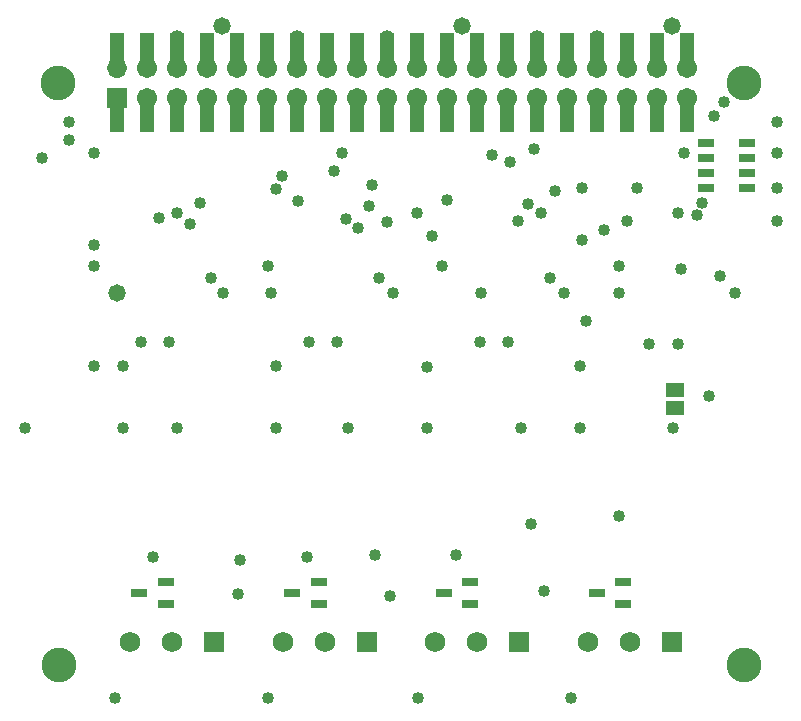
<source format=gbs>
G04 Layer_Color=16711935*
%FSLAX25Y25*%
%MOIN*%
G70*
G01*
G75*
%ADD41R,0.06312X0.05131*%
%ADD47R,0.06800X0.06800*%
%ADD48C,0.06800*%
%ADD49C,0.11600*%
%ADD50R,0.06706X0.06706*%
%ADD51O,0.06706X0.06706*%
%ADD52C,0.06706*%
%ADD53C,0.04000*%
%ADD54C,0.05800*%
%ADD55R,0.05800X0.03162*%
%ADD56R,0.04725X0.10250*%
%ADD57R,0.05328X0.03162*%
D41*
X486000Y287453D02*
D03*
Y281547D02*
D03*
D47*
X485000Y203500D02*
D03*
X434000D02*
D03*
X383500D02*
D03*
X332500D02*
D03*
D48*
X471000D02*
D03*
X457000D02*
D03*
X420000D02*
D03*
X406000D02*
D03*
X369500D02*
D03*
X355500D02*
D03*
X304500D02*
D03*
X318500D02*
D03*
D49*
X509173Y390000D02*
D03*
X280500D02*
D03*
X509173Y195835D02*
D03*
X280827D02*
D03*
D50*
X300000Y385000D02*
D03*
D51*
Y395000D02*
D03*
D52*
X310000Y385000D02*
D03*
Y395000D02*
D03*
X320000Y385000D02*
D03*
Y395000D02*
D03*
X330000Y385000D02*
D03*
Y395000D02*
D03*
X340000Y385000D02*
D03*
Y395000D02*
D03*
X350000Y385000D02*
D03*
Y395000D02*
D03*
X360000Y385000D02*
D03*
Y395000D02*
D03*
X370000Y385000D02*
D03*
Y395000D02*
D03*
X380000Y385000D02*
D03*
Y395000D02*
D03*
X390000Y385000D02*
D03*
Y395000D02*
D03*
X400000Y385000D02*
D03*
Y395000D02*
D03*
X410000Y385000D02*
D03*
Y395000D02*
D03*
X420000Y385000D02*
D03*
Y395000D02*
D03*
X430000Y385000D02*
D03*
Y395000D02*
D03*
X440000Y385000D02*
D03*
Y395000D02*
D03*
X450000Y385000D02*
D03*
Y395000D02*
D03*
X460000Y385000D02*
D03*
Y395000D02*
D03*
X470000Y385000D02*
D03*
Y395000D02*
D03*
X480000Y385000D02*
D03*
Y395000D02*
D03*
X490000Y385000D02*
D03*
Y395000D02*
D03*
D53*
X284000Y371000D02*
D03*
Y377000D02*
D03*
X456405Y310500D02*
D03*
X489000Y366500D02*
D03*
X499000Y379000D02*
D03*
X502500Y383500D02*
D03*
X320000Y405500D02*
D03*
X360000D02*
D03*
X390000D02*
D03*
X440000D02*
D03*
X460000D02*
D03*
X501000Y325500D02*
D03*
X444500Y325000D02*
D03*
X387500D02*
D03*
X331500D02*
D03*
X473500Y355000D02*
D03*
X405000Y339000D02*
D03*
X314000Y345000D02*
D03*
X520000Y344000D02*
D03*
Y355000D02*
D03*
Y366500D02*
D03*
Y377000D02*
D03*
X495000Y350000D02*
D03*
X493500Y346000D02*
D03*
X487000Y346500D02*
D03*
X488000Y328000D02*
D03*
X431087Y363500D02*
D03*
X446000Y354000D02*
D03*
X425000Y366000D02*
D03*
X324500Y343000D02*
D03*
X320282Y346500D02*
D03*
X408500Y329000D02*
D03*
X350500D02*
D03*
X467500Y319932D02*
D03*
X421500D02*
D03*
X351500D02*
D03*
X506000Y320000D02*
D03*
X449000D02*
D03*
X392000D02*
D03*
X335500D02*
D03*
X434750Y274953D02*
D03*
X467500Y329000D02*
D03*
X292500D02*
D03*
X413000Y232500D02*
D03*
X391000Y219000D02*
D03*
X497500Y285453D02*
D03*
X485500Y275000D02*
D03*
X477500Y303000D02*
D03*
X487000D02*
D03*
X454500Y275000D02*
D03*
X308000Y303500D02*
D03*
X377000Y275000D02*
D03*
X430500Y303500D02*
D03*
X421000D02*
D03*
X373500D02*
D03*
X364000D02*
D03*
X320000Y275000D02*
D03*
X317500Y303500D02*
D03*
X302000Y295500D02*
D03*
Y275000D02*
D03*
X353000D02*
D03*
X403500D02*
D03*
X269500D02*
D03*
X454500Y295500D02*
D03*
X403500Y295370D02*
D03*
X353000Y295500D02*
D03*
X386250Y232500D02*
D03*
X341000Y231000D02*
D03*
X451500Y185000D02*
D03*
X400500D02*
D03*
X350500D02*
D03*
X299500D02*
D03*
X467500Y245500D02*
D03*
X442500Y220500D02*
D03*
X438000Y243000D02*
D03*
X363500Y232000D02*
D03*
X340630Y219500D02*
D03*
X312000Y232000D02*
D03*
X292500Y336000D02*
D03*
X275000Y365000D02*
D03*
X292500Y295500D02*
D03*
X390000Y343500D02*
D03*
X400000Y346500D02*
D03*
X470000Y344000D02*
D03*
X455000Y337500D02*
D03*
X462500Y341000D02*
D03*
X433646Y344000D02*
D03*
X455000Y355000D02*
D03*
X441323Y346500D02*
D03*
X439000Y368000D02*
D03*
X437234Y349500D02*
D03*
X327959Y350000D02*
D03*
X384254Y349000D02*
D03*
X410000Y351000D02*
D03*
X380500Y341500D02*
D03*
X376577Y344500D02*
D03*
X372500Y360500D02*
D03*
X385000Y356071D02*
D03*
X355000Y359000D02*
D03*
X360500Y350500D02*
D03*
X375000Y366500D02*
D03*
X292500D02*
D03*
X353000Y354500D02*
D03*
X292500Y366500D02*
D03*
D54*
X300000Y320000D02*
D03*
X485000Y409000D02*
D03*
X415000D02*
D03*
X335000D02*
D03*
D55*
X496500Y370000D02*
D03*
X510000D02*
D03*
Y365000D02*
D03*
Y360000D02*
D03*
Y355000D02*
D03*
X496500Y365000D02*
D03*
Y360000D02*
D03*
Y355000D02*
D03*
D56*
X450000Y378500D02*
D03*
X390000D02*
D03*
X490000D02*
D03*
X480000D02*
D03*
X470000D02*
D03*
X440000D02*
D03*
X430000D02*
D03*
X410000D02*
D03*
X400000D02*
D03*
X360000D02*
D03*
X370000D02*
D03*
X330000D02*
D03*
X350000D02*
D03*
X310000D02*
D03*
X320000D02*
D03*
X460000D02*
D03*
X420000D02*
D03*
X380000D02*
D03*
X340000D02*
D03*
X300000D02*
D03*
X490000Y401500D02*
D03*
X480000D02*
D03*
X470000D02*
D03*
X460000D02*
D03*
X450000D02*
D03*
X440000D02*
D03*
X430000D02*
D03*
X420000D02*
D03*
X410000D02*
D03*
X400000D02*
D03*
X390000D02*
D03*
X380000D02*
D03*
X360000D02*
D03*
X350000D02*
D03*
X340000D02*
D03*
X330000D02*
D03*
X320000D02*
D03*
X310000D02*
D03*
X370000D02*
D03*
X300000D02*
D03*
D57*
X460071Y220000D02*
D03*
X468929Y216260D02*
D03*
Y223740D02*
D03*
X409071Y220000D02*
D03*
X417929Y216260D02*
D03*
Y223740D02*
D03*
X358571Y220000D02*
D03*
X367429Y216260D02*
D03*
Y223740D02*
D03*
X307571Y220000D02*
D03*
X316429Y216260D02*
D03*
Y223740D02*
D03*
M02*

</source>
